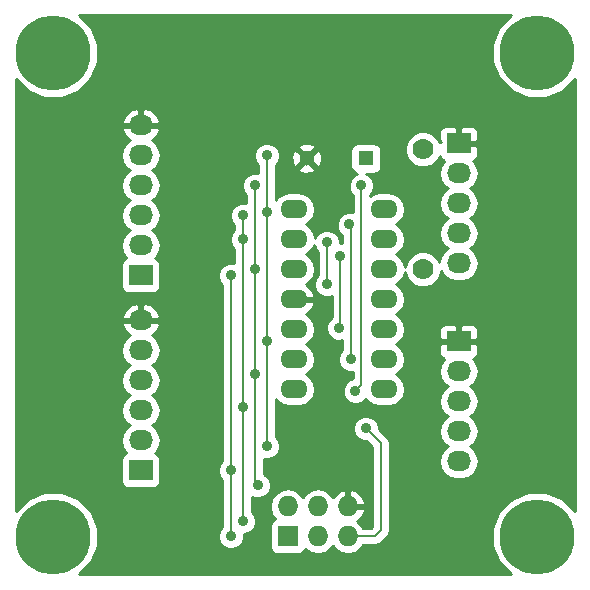
<source format=gbl>
G04 #@! TF.FileFunction,Copper,L2,Bot,Plane*
%FSLAX46Y46*%
G04 Gerber Fmt 4.6, Leading zero omitted, Abs format (unit mm)*
G04 Created by KiCad (PCBNEW (after 2015-mar-04 BZR unknown)-product) date 10/16/2015 4:53:21 PM*
%MOMM*%
G01*
G04 APERTURE LIST*
%ADD10C,0.150000*%
%ADD11C,6.350000*%
%ADD12R,2.032000X1.727200*%
%ADD13O,2.032000X1.727200*%
%ADD14R,1.727200X1.727200*%
%ADD15O,1.727200X1.727200*%
%ADD16R,1.300000X1.300000*%
%ADD17C,1.300000*%
%ADD18C,1.778000*%
%ADD19O,2.300000X1.600000*%
%ADD20C,0.889000*%
%ADD21C,0.203200*%
%ADD22C,0.254000*%
G04 APERTURE END LIST*
D10*
D11*
X4000000Y-45000000D03*
X4000000Y-4000000D03*
X45000000Y-45000000D03*
X45000000Y-4000000D03*
D12*
X11430000Y-22860000D03*
D13*
X11430000Y-20320000D03*
X11430000Y-17780000D03*
X11430000Y-15240000D03*
X11430000Y-12700000D03*
X11430000Y-10160000D03*
D14*
X23876000Y-44958000D03*
D15*
X23876000Y-42418000D03*
X26416000Y-44958000D03*
X26416000Y-42418000D03*
X28956000Y-44958000D03*
X28956000Y-42418000D03*
D12*
X11430000Y-39370000D03*
D13*
X11430000Y-36830000D03*
X11430000Y-34290000D03*
X11430000Y-31750000D03*
X11430000Y-29210000D03*
X11430000Y-26670000D03*
D16*
X30480000Y-12954000D03*
D17*
X25480000Y-12954000D03*
D12*
X38354000Y-11684000D03*
D13*
X38354000Y-14224000D03*
X38354000Y-16764000D03*
X38354000Y-19304000D03*
X38354000Y-21844000D03*
D12*
X38354000Y-28448000D03*
D13*
X38354000Y-30988000D03*
X38354000Y-33528000D03*
X38354000Y-36068000D03*
X38354000Y-38608000D03*
D18*
X35306000Y-12192000D03*
X35306000Y-22352000D03*
D19*
X24384000Y-17272000D03*
X24384000Y-19812000D03*
X24384000Y-22352000D03*
X24384000Y-24892000D03*
X24384000Y-27432000D03*
X24384000Y-29972000D03*
X24384000Y-32512000D03*
X32004000Y-32512000D03*
X32004000Y-29972000D03*
X32004000Y-27432000D03*
X32004000Y-24892000D03*
X32004000Y-22352000D03*
X32004000Y-19812000D03*
X32004000Y-17272000D03*
D20*
X20066000Y-43688000D03*
X20066000Y-34036000D03*
X20066000Y-19812000D03*
X20066000Y-17780000D03*
X19050000Y-44958000D03*
X19050000Y-22860000D03*
X19050000Y-39370000D03*
X27178000Y-20066000D03*
X27178000Y-23622000D03*
X21336000Y-40640000D03*
X21082000Y-31242000D03*
X21082000Y-22352000D03*
X21082000Y-15240000D03*
X30480000Y-35814000D03*
X22098000Y-37338000D03*
X22098000Y-17526000D03*
X22098000Y-28448000D03*
X22098000Y-12700000D03*
X30099000Y-15240000D03*
X29591000Y-32639000D03*
X29210000Y-29972000D03*
X29083000Y-18542000D03*
X28321000Y-21209000D03*
X28194000Y-27305000D03*
D21*
X20066000Y-34036000D02*
X20066000Y-43688000D01*
X20066000Y-19812000D02*
X20066000Y-34036000D01*
X20066000Y-17780000D02*
X20066000Y-19812000D01*
X19050000Y-39370000D02*
X19050000Y-44958000D01*
X19050000Y-39370000D02*
X19050000Y-22860000D01*
X27178000Y-23622000D02*
X27178000Y-20066000D01*
X21082000Y-31242000D02*
X21082000Y-40386000D01*
X21082000Y-40386000D02*
X21336000Y-40640000D01*
X21082000Y-22352000D02*
X21082000Y-31242000D01*
X21082000Y-15240000D02*
X21082000Y-22352000D01*
X28956000Y-44958000D02*
X31242000Y-44958000D01*
X31750000Y-37084000D02*
X30480000Y-35814000D01*
X31750000Y-44450000D02*
X31750000Y-37084000D01*
X31242000Y-44958000D02*
X31750000Y-44450000D01*
X22098000Y-28448000D02*
X22098000Y-37338000D01*
X22098000Y-12700000D02*
X22098000Y-17526000D01*
X22098000Y-17526000D02*
X22098000Y-28448000D01*
X30099000Y-32131000D02*
X30099000Y-15240000D01*
X29591000Y-32639000D02*
X30099000Y-32131000D01*
X29210000Y-18669000D02*
X29210000Y-29972000D01*
X29083000Y-18542000D02*
X29210000Y-18669000D01*
X28321000Y-27178000D02*
X28321000Y-21209000D01*
X28194000Y-27305000D02*
X28321000Y-27178000D01*
D22*
G36*
X48174500Y-42787183D02*
X47161009Y-41771923D01*
X45761181Y-41190663D01*
X44245469Y-41189340D01*
X42844628Y-41768156D01*
X41771923Y-42838991D01*
X41190663Y-44238819D01*
X41189340Y-45754531D01*
X41768156Y-47155372D01*
X42785507Y-48174500D01*
X40037345Y-48174500D01*
X40037345Y-38608000D01*
X39923271Y-38034511D01*
X39598415Y-37548330D01*
X39283634Y-37338000D01*
X39598415Y-37127670D01*
X39923271Y-36641489D01*
X40037345Y-36068000D01*
X39923271Y-35494511D01*
X39598415Y-35008330D01*
X39283634Y-34798000D01*
X39598415Y-34587670D01*
X39923271Y-34101489D01*
X40037345Y-33528000D01*
X39923271Y-32954511D01*
X39598415Y-32468330D01*
X39283634Y-32258000D01*
X39598415Y-32047670D01*
X39923271Y-31561489D01*
X40037345Y-30988000D01*
X40037345Y-21844000D01*
X39923271Y-21270511D01*
X39598415Y-20784330D01*
X39283634Y-20574000D01*
X39598415Y-20363670D01*
X39923271Y-19877489D01*
X40037345Y-19304000D01*
X39923271Y-18730511D01*
X39598415Y-18244330D01*
X39283634Y-18034000D01*
X39598415Y-17823670D01*
X39923271Y-17337489D01*
X40037345Y-16764000D01*
X39923271Y-16190511D01*
X39598415Y-15704330D01*
X39283634Y-15494000D01*
X39598415Y-15283670D01*
X39923271Y-14797489D01*
X40037345Y-14224000D01*
X39923271Y-13650511D01*
X39598415Y-13164330D01*
X39576219Y-13149499D01*
X39729698Y-13085927D01*
X39908327Y-12907299D01*
X40005000Y-12673910D01*
X40005000Y-12421291D01*
X40005000Y-11969750D01*
X40005000Y-11398250D01*
X40005000Y-10946709D01*
X40005000Y-10694090D01*
X39908327Y-10460701D01*
X39729698Y-10282073D01*
X39496309Y-10185400D01*
X38639750Y-10185400D01*
X38481000Y-10344150D01*
X38481000Y-11557000D01*
X39846250Y-11557000D01*
X40005000Y-11398250D01*
X40005000Y-11969750D01*
X39846250Y-11811000D01*
X38481000Y-11811000D01*
X38481000Y-11831000D01*
X38227000Y-11831000D01*
X38227000Y-11811000D01*
X38207000Y-11811000D01*
X38207000Y-11557000D01*
X38227000Y-11557000D01*
X38227000Y-10344150D01*
X38068250Y-10185400D01*
X37211691Y-10185400D01*
X36978302Y-10282073D01*
X36799673Y-10460701D01*
X36703000Y-10694090D01*
X36703000Y-10946709D01*
X36703000Y-11398250D01*
X36861748Y-11556998D01*
X36703000Y-11556998D01*
X36703000Y-11582185D01*
X36598738Y-11329851D01*
X36170404Y-10900769D01*
X35610472Y-10668265D01*
X35004188Y-10667736D01*
X34443851Y-10899262D01*
X34014769Y-11327596D01*
X33782265Y-11887528D01*
X33781736Y-12493812D01*
X34013262Y-13054149D01*
X34441596Y-13483231D01*
X35001528Y-13715735D01*
X35607812Y-13716264D01*
X36168149Y-13484738D01*
X36597231Y-13056404D01*
X36729495Y-12737875D01*
X36799673Y-12907299D01*
X36978302Y-13085927D01*
X37131780Y-13149499D01*
X37109585Y-13164330D01*
X36784729Y-13650511D01*
X36670655Y-14224000D01*
X36784729Y-14797489D01*
X37109585Y-15283670D01*
X37424365Y-15494000D01*
X37109585Y-15704330D01*
X36784729Y-16190511D01*
X36670655Y-16764000D01*
X36784729Y-17337489D01*
X37109585Y-17823670D01*
X37424365Y-18034000D01*
X37109585Y-18244330D01*
X36784729Y-18730511D01*
X36670655Y-19304000D01*
X36784729Y-19877489D01*
X37109585Y-20363670D01*
X37424365Y-20574000D01*
X37109585Y-20784330D01*
X36784729Y-21270511D01*
X36694836Y-21722428D01*
X36598738Y-21489851D01*
X36170404Y-21060769D01*
X35610472Y-20828265D01*
X35004188Y-20827736D01*
X34443851Y-21059262D01*
X34014769Y-21487596D01*
X33782265Y-22047528D01*
X33782182Y-22141920D01*
X33714737Y-21802849D01*
X33403668Y-21337302D01*
X33021582Y-21082000D01*
X33403668Y-20826698D01*
X33714737Y-20361151D01*
X33823970Y-19812000D01*
X33714737Y-19262849D01*
X33403668Y-18797302D01*
X33021582Y-18542000D01*
X33403668Y-18286698D01*
X33714737Y-17821151D01*
X33823970Y-17272000D01*
X33714737Y-16722849D01*
X33403668Y-16257302D01*
X32938121Y-15946233D01*
X32388970Y-15837000D01*
X31619030Y-15837000D01*
X31069879Y-15946233D01*
X30835600Y-16102773D01*
X30835600Y-16029997D01*
X31013622Y-15852286D01*
X31178313Y-15455668D01*
X31178687Y-15026216D01*
X31014689Y-14629311D01*
X30711286Y-14325378D01*
X30533224Y-14251440D01*
X31130000Y-14251440D01*
X31372123Y-14204463D01*
X31584927Y-14064673D01*
X31727377Y-13853640D01*
X31777440Y-13604000D01*
X31777440Y-12304000D01*
X31730463Y-12061877D01*
X31590673Y-11849073D01*
X31379640Y-11706623D01*
X31130000Y-11656560D01*
X29830000Y-11656560D01*
X29587877Y-11703537D01*
X29375073Y-11843327D01*
X29232623Y-12054360D01*
X29182560Y-12304000D01*
X29182560Y-13604000D01*
X29229537Y-13846123D01*
X29369327Y-14058927D01*
X29580360Y-14201377D01*
X29718693Y-14229118D01*
X29488311Y-14324311D01*
X29184378Y-14627714D01*
X29019687Y-15024332D01*
X29019313Y-15453784D01*
X29183311Y-15850689D01*
X29362400Y-16030090D01*
X29362400Y-17489150D01*
X29298668Y-17462687D01*
X28869216Y-17462313D01*
X28472311Y-17626311D01*
X28168378Y-17929714D01*
X28003687Y-18326332D01*
X28003313Y-18755784D01*
X28167311Y-19152689D01*
X28470714Y-19456622D01*
X28473400Y-19457737D01*
X28473400Y-20129631D01*
X28257445Y-20129443D01*
X28257687Y-19852216D01*
X28093689Y-19455311D01*
X27790286Y-19151378D01*
X27393668Y-18986687D01*
X26964216Y-18986313D01*
X26777622Y-19063412D01*
X26777622Y-13134922D01*
X26748083Y-12624572D01*
X26609611Y-12290271D01*
X26379016Y-12234590D01*
X26199410Y-12414195D01*
X26199410Y-12054984D01*
X26143729Y-11824389D01*
X25660922Y-11656378D01*
X25150572Y-11685917D01*
X24816271Y-11824389D01*
X24760590Y-12054984D01*
X25480000Y-12774395D01*
X26199410Y-12054984D01*
X26199410Y-12414195D01*
X25659605Y-12954000D01*
X26379016Y-13673410D01*
X26609611Y-13617729D01*
X26777622Y-13134922D01*
X26777622Y-19063412D01*
X26567311Y-19150311D01*
X26263378Y-19453714D01*
X26175025Y-19666488D01*
X26094737Y-19262849D01*
X25783668Y-18797302D01*
X25401582Y-18542000D01*
X25783668Y-18286698D01*
X26094737Y-17821151D01*
X26203970Y-17272000D01*
X26199410Y-17249075D01*
X26199410Y-13853016D01*
X25480000Y-13133605D01*
X25300395Y-13313210D01*
X25300395Y-12954000D01*
X24580984Y-12234590D01*
X24350389Y-12290271D01*
X24182378Y-12773078D01*
X24211917Y-13283428D01*
X24350389Y-13617729D01*
X24580984Y-13673410D01*
X25300395Y-12954000D01*
X25300395Y-13313210D01*
X24760590Y-13853016D01*
X24816271Y-14083611D01*
X25299078Y-14251622D01*
X25809428Y-14222083D01*
X26143729Y-14083611D01*
X26199410Y-13853016D01*
X26199410Y-17249075D01*
X26094737Y-16722849D01*
X25783668Y-16257302D01*
X25318121Y-15946233D01*
X24768970Y-15837000D01*
X23999030Y-15837000D01*
X23449879Y-15946233D01*
X22984332Y-16257302D01*
X22834600Y-16481391D01*
X22834600Y-13489997D01*
X23012622Y-13312286D01*
X23177313Y-12915668D01*
X23177687Y-12486216D01*
X23013689Y-12089311D01*
X22710286Y-11785378D01*
X22313668Y-11620687D01*
X21884216Y-11620313D01*
X21487311Y-11784311D01*
X21183378Y-12087714D01*
X21018687Y-12484332D01*
X21018313Y-12913784D01*
X21182311Y-13310689D01*
X21361400Y-13490090D01*
X21361400Y-14187150D01*
X21297668Y-14160687D01*
X20868216Y-14160313D01*
X20471311Y-14324311D01*
X20167378Y-14627714D01*
X20002687Y-15024332D01*
X20002313Y-15453784D01*
X20166311Y-15850689D01*
X20345400Y-16030090D01*
X20345400Y-16727150D01*
X20281668Y-16700687D01*
X19852216Y-16700313D01*
X19455311Y-16864311D01*
X19151378Y-17167714D01*
X18986687Y-17564332D01*
X18986313Y-17993784D01*
X19150311Y-18390689D01*
X19329400Y-18570090D01*
X19329400Y-19022002D01*
X19151378Y-19199714D01*
X18986687Y-19596332D01*
X18986313Y-20025784D01*
X19150311Y-20422689D01*
X19329400Y-20602090D01*
X19329400Y-21807150D01*
X19265668Y-21780687D01*
X18836216Y-21780313D01*
X18439311Y-21944311D01*
X18135378Y-22247714D01*
X17970687Y-22644332D01*
X17970313Y-23073784D01*
X18134311Y-23470689D01*
X18313400Y-23650090D01*
X18313400Y-38580002D01*
X18135378Y-38757714D01*
X17970687Y-39154332D01*
X17970313Y-39583784D01*
X18134311Y-39980689D01*
X18313400Y-40160090D01*
X18313400Y-44168002D01*
X18135378Y-44345714D01*
X17970687Y-44742332D01*
X17970313Y-45171784D01*
X18134311Y-45568689D01*
X18437714Y-45872622D01*
X18834332Y-46037313D01*
X19263784Y-46037687D01*
X19660689Y-45873689D01*
X19964622Y-45570286D01*
X20129313Y-45173668D01*
X20129666Y-44767556D01*
X20279784Y-44767687D01*
X20676689Y-44603689D01*
X20980622Y-44300286D01*
X21145313Y-43903668D01*
X21145687Y-43474216D01*
X20981689Y-43077311D01*
X20802600Y-42897909D01*
X20802600Y-41587378D01*
X21120332Y-41719313D01*
X21549784Y-41719687D01*
X21946689Y-41555689D01*
X22250622Y-41252286D01*
X22415313Y-40855668D01*
X22415687Y-40426216D01*
X22251689Y-40029311D01*
X21948286Y-39725378D01*
X21818600Y-39671527D01*
X21818600Y-38390849D01*
X21882332Y-38417313D01*
X22311784Y-38417687D01*
X22708689Y-38253689D01*
X23012622Y-37950286D01*
X23177313Y-37553668D01*
X23177687Y-37124216D01*
X23013689Y-36727311D01*
X22834600Y-36547909D01*
X22834600Y-33302608D01*
X22984332Y-33526698D01*
X23449879Y-33837767D01*
X23999030Y-33947000D01*
X24768970Y-33947000D01*
X25318121Y-33837767D01*
X25783668Y-33526698D01*
X26094737Y-33061151D01*
X26203970Y-32512000D01*
X26094737Y-31962849D01*
X25783668Y-31497302D01*
X25401582Y-31242000D01*
X25783668Y-30986698D01*
X26094737Y-30521151D01*
X26203970Y-29972000D01*
X26094737Y-29422849D01*
X25783668Y-28957302D01*
X25401582Y-28702000D01*
X25783668Y-28446698D01*
X26094737Y-27981151D01*
X26203970Y-27432000D01*
X26094737Y-26882849D01*
X25783668Y-26417302D01*
X25405848Y-26164850D01*
X25838500Y-25816896D01*
X26108367Y-25323819D01*
X26125904Y-25241039D01*
X26003915Y-25019000D01*
X24511000Y-25019000D01*
X24511000Y-25039000D01*
X24257000Y-25039000D01*
X24257000Y-25019000D01*
X24237000Y-25019000D01*
X24237000Y-24765000D01*
X24257000Y-24765000D01*
X24257000Y-24745000D01*
X24511000Y-24745000D01*
X24511000Y-24765000D01*
X26003915Y-24765000D01*
X26125904Y-24542961D01*
X26108367Y-24460181D01*
X25838500Y-23967104D01*
X25405848Y-23619149D01*
X25783668Y-23366698D01*
X26094737Y-22901151D01*
X26203970Y-22352000D01*
X26094737Y-21802849D01*
X25783668Y-21337302D01*
X25401582Y-21082000D01*
X25783668Y-20826698D01*
X26094737Y-20361151D01*
X26106824Y-20300383D01*
X26262311Y-20676689D01*
X26441400Y-20856090D01*
X26441400Y-22832002D01*
X26263378Y-23009714D01*
X26098687Y-23406332D01*
X26098313Y-23835784D01*
X26262311Y-24232689D01*
X26565714Y-24536622D01*
X26962332Y-24701313D01*
X27391784Y-24701687D01*
X27584400Y-24622099D01*
X27584400Y-26388861D01*
X27583311Y-26389311D01*
X27279378Y-26692714D01*
X27114687Y-27089332D01*
X27114313Y-27518784D01*
X27278311Y-27915689D01*
X27581714Y-28219622D01*
X27978332Y-28384313D01*
X28407784Y-28384687D01*
X28473400Y-28357574D01*
X28473400Y-29182002D01*
X28295378Y-29359714D01*
X28130687Y-29756332D01*
X28130313Y-30185784D01*
X28294311Y-30582689D01*
X28597714Y-30886622D01*
X28994332Y-31051313D01*
X29362400Y-31051633D01*
X29362400Y-31565434D01*
X28980311Y-31723311D01*
X28676378Y-32026714D01*
X28511687Y-32423332D01*
X28511313Y-32852784D01*
X28675311Y-33249689D01*
X28978714Y-33553622D01*
X29375332Y-33718313D01*
X29804784Y-33718687D01*
X30201689Y-33554689D01*
X30454443Y-33302374D01*
X30604332Y-33526698D01*
X31069879Y-33837767D01*
X31619030Y-33947000D01*
X32388970Y-33947000D01*
X32938121Y-33837767D01*
X33403668Y-33526698D01*
X33714737Y-33061151D01*
X33823970Y-32512000D01*
X33714737Y-31962849D01*
X33403668Y-31497302D01*
X33021582Y-31242000D01*
X33403668Y-30986698D01*
X33714737Y-30521151D01*
X33823970Y-29972000D01*
X33714737Y-29422849D01*
X33403668Y-28957302D01*
X33021582Y-28702000D01*
X33403668Y-28446698D01*
X33714737Y-27981151D01*
X33823970Y-27432000D01*
X33714737Y-26882849D01*
X33403668Y-26417302D01*
X33021582Y-26162000D01*
X33403668Y-25906698D01*
X33714737Y-25441151D01*
X33823970Y-24892000D01*
X33714737Y-24342849D01*
X33403668Y-23877302D01*
X33021582Y-23622000D01*
X33403668Y-23366698D01*
X33714737Y-22901151D01*
X33781814Y-22563930D01*
X33781736Y-22653812D01*
X34013262Y-23214149D01*
X34441596Y-23643231D01*
X35001528Y-23875735D01*
X35607812Y-23876264D01*
X36168149Y-23644738D01*
X36597231Y-23216404D01*
X36829735Y-22656472D01*
X36829884Y-22485069D01*
X37109585Y-22903670D01*
X37595766Y-23228526D01*
X38169255Y-23342600D01*
X38538745Y-23342600D01*
X39112234Y-23228526D01*
X39598415Y-22903670D01*
X39923271Y-22417489D01*
X40037345Y-21844000D01*
X40037345Y-30988000D01*
X39923271Y-30414511D01*
X39598415Y-29928330D01*
X39576219Y-29913499D01*
X39729698Y-29849927D01*
X39908327Y-29671299D01*
X40005000Y-29437910D01*
X40005000Y-29185291D01*
X40005000Y-28733750D01*
X40005000Y-28162250D01*
X40005000Y-27710709D01*
X40005000Y-27458090D01*
X39908327Y-27224701D01*
X39729698Y-27046073D01*
X39496309Y-26949400D01*
X38639750Y-26949400D01*
X38481000Y-27108150D01*
X38481000Y-28321000D01*
X39846250Y-28321000D01*
X40005000Y-28162250D01*
X40005000Y-28733750D01*
X39846250Y-28575000D01*
X38481000Y-28575000D01*
X38481000Y-28595000D01*
X38227000Y-28595000D01*
X38227000Y-28575000D01*
X38227000Y-28321000D01*
X38227000Y-27108150D01*
X38068250Y-26949400D01*
X37211691Y-26949400D01*
X36978302Y-27046073D01*
X36799673Y-27224701D01*
X36703000Y-27458090D01*
X36703000Y-27710709D01*
X36703000Y-28162250D01*
X36861750Y-28321000D01*
X38227000Y-28321000D01*
X38227000Y-28575000D01*
X36861750Y-28575000D01*
X36703000Y-28733750D01*
X36703000Y-29185291D01*
X36703000Y-29437910D01*
X36799673Y-29671299D01*
X36978302Y-29849927D01*
X37131780Y-29913499D01*
X37109585Y-29928330D01*
X36784729Y-30414511D01*
X36670655Y-30988000D01*
X36784729Y-31561489D01*
X37109585Y-32047670D01*
X37424365Y-32258000D01*
X37109585Y-32468330D01*
X36784729Y-32954511D01*
X36670655Y-33528000D01*
X36784729Y-34101489D01*
X37109585Y-34587670D01*
X37424365Y-34798000D01*
X37109585Y-35008330D01*
X36784729Y-35494511D01*
X36670655Y-36068000D01*
X36784729Y-36641489D01*
X37109585Y-37127670D01*
X37424365Y-37338000D01*
X37109585Y-37548330D01*
X36784729Y-38034511D01*
X36670655Y-38608000D01*
X36784729Y-39181489D01*
X37109585Y-39667670D01*
X37595766Y-39992526D01*
X38169255Y-40106600D01*
X38538745Y-40106600D01*
X39112234Y-39992526D01*
X39598415Y-39667670D01*
X39923271Y-39181489D01*
X40037345Y-38608000D01*
X40037345Y-48174500D01*
X32486600Y-48174500D01*
X32486600Y-44450000D01*
X32486600Y-37084000D01*
X32430530Y-36802115D01*
X32270855Y-36563145D01*
X31559467Y-35851757D01*
X31559687Y-35600216D01*
X31395689Y-35203311D01*
X31092286Y-34899378D01*
X30695668Y-34734687D01*
X30266216Y-34734313D01*
X29869311Y-34898311D01*
X29565378Y-35201714D01*
X29400687Y-35598332D01*
X29400313Y-36027784D01*
X29564311Y-36424689D01*
X29867714Y-36728622D01*
X30264332Y-36893313D01*
X30517823Y-36893533D01*
X31013400Y-37389110D01*
X31013400Y-44144890D01*
X30936890Y-44221400D01*
X30251155Y-44221400D01*
X30015670Y-43868971D01*
X29744839Y-43688007D01*
X30162821Y-43306490D01*
X30410968Y-42777027D01*
X30410968Y-42058973D01*
X30162821Y-41529510D01*
X29730947Y-41135312D01*
X29315026Y-40963042D01*
X29083000Y-41084183D01*
X29083000Y-42291000D01*
X30290469Y-42291000D01*
X30410968Y-42058973D01*
X30410968Y-42777027D01*
X30290469Y-42545000D01*
X29083000Y-42545000D01*
X29083000Y-42565000D01*
X28829000Y-42565000D01*
X28829000Y-42545000D01*
X28809000Y-42545000D01*
X28809000Y-42291000D01*
X28829000Y-42291000D01*
X28829000Y-41084183D01*
X28596974Y-40963042D01*
X28181053Y-41135312D01*
X27749179Y-41529510D01*
X27691663Y-41652228D01*
X27475670Y-41328971D01*
X26989489Y-41004115D01*
X26416000Y-40890041D01*
X25842511Y-41004115D01*
X25356330Y-41328971D01*
X25146000Y-41643751D01*
X24935670Y-41328971D01*
X24449489Y-41004115D01*
X23876000Y-40890041D01*
X23302511Y-41004115D01*
X22816330Y-41328971D01*
X22491474Y-41815152D01*
X22377400Y-42388641D01*
X22377400Y-42447359D01*
X22491474Y-43020848D01*
X22803300Y-43487529D01*
X22770277Y-43493937D01*
X22557473Y-43633727D01*
X22415023Y-43844760D01*
X22364960Y-44094400D01*
X22364960Y-45821600D01*
X22411937Y-46063723D01*
X22551727Y-46276527D01*
X22762760Y-46418977D01*
X23012400Y-46469040D01*
X24739600Y-46469040D01*
X24981723Y-46422063D01*
X25194527Y-46282273D01*
X25336977Y-46071240D01*
X25345179Y-46030340D01*
X25356330Y-46047029D01*
X25842511Y-46371885D01*
X26416000Y-46485959D01*
X26989489Y-46371885D01*
X27475670Y-46047029D01*
X27686000Y-45732248D01*
X27896330Y-46047029D01*
X28382511Y-46371885D01*
X28956000Y-46485959D01*
X29529489Y-46371885D01*
X30015670Y-46047029D01*
X30251155Y-45694600D01*
X31242000Y-45694600D01*
X31523885Y-45638530D01*
X31762855Y-45478855D01*
X32270855Y-44970855D01*
X32430530Y-44731885D01*
X32486600Y-44450000D01*
X32486600Y-48174500D01*
X13113345Y-48174500D01*
X13113345Y-36830000D01*
X12999271Y-36256511D01*
X12674415Y-35770330D01*
X12359634Y-35560000D01*
X12674415Y-35349670D01*
X12999271Y-34863489D01*
X13113345Y-34290000D01*
X12999271Y-33716511D01*
X12674415Y-33230330D01*
X12359634Y-33020000D01*
X12674415Y-32809670D01*
X12999271Y-32323489D01*
X13113345Y-31750000D01*
X12999271Y-31176511D01*
X12674415Y-30690330D01*
X12359634Y-30480000D01*
X12674415Y-30269670D01*
X12999271Y-29783489D01*
X13113345Y-29210000D01*
X13113345Y-20320000D01*
X12999271Y-19746511D01*
X12674415Y-19260330D01*
X12359634Y-19050000D01*
X12674415Y-18839670D01*
X12999271Y-18353489D01*
X13113345Y-17780000D01*
X12999271Y-17206511D01*
X12674415Y-16720330D01*
X12359634Y-16510000D01*
X12674415Y-16299670D01*
X12999271Y-15813489D01*
X13113345Y-15240000D01*
X12999271Y-14666511D01*
X12674415Y-14180330D01*
X12359634Y-13970000D01*
X12674415Y-13759670D01*
X12999271Y-13273489D01*
X13113345Y-12700000D01*
X12999271Y-12126511D01*
X12674415Y-11640330D01*
X12364930Y-11433539D01*
X12780732Y-11062036D01*
X13034709Y-10534791D01*
X13037358Y-10519026D01*
X13037358Y-9800974D01*
X13034709Y-9785209D01*
X12780732Y-9257964D01*
X12344320Y-8868046D01*
X11791913Y-8674816D01*
X11557000Y-8819076D01*
X11557000Y-10033000D01*
X12916217Y-10033000D01*
X13037358Y-9800974D01*
X13037358Y-10519026D01*
X12916217Y-10287000D01*
X11557000Y-10287000D01*
X11557000Y-10307000D01*
X11303000Y-10307000D01*
X11303000Y-10287000D01*
X11303000Y-10033000D01*
X11303000Y-8819076D01*
X11068087Y-8674816D01*
X10515680Y-8868046D01*
X10079268Y-9257964D01*
X9825291Y-9785209D01*
X9822642Y-9800974D01*
X9943783Y-10033000D01*
X11303000Y-10033000D01*
X11303000Y-10287000D01*
X9943783Y-10287000D01*
X9822642Y-10519026D01*
X9825291Y-10534791D01*
X10079268Y-11062036D01*
X10495069Y-11433539D01*
X10185585Y-11640330D01*
X9860729Y-12126511D01*
X9746655Y-12700000D01*
X9860729Y-13273489D01*
X10185585Y-13759670D01*
X10500365Y-13970000D01*
X10185585Y-14180330D01*
X9860729Y-14666511D01*
X9746655Y-15240000D01*
X9860729Y-15813489D01*
X10185585Y-16299670D01*
X10500365Y-16510000D01*
X10185585Y-16720330D01*
X9860729Y-17206511D01*
X9746655Y-17780000D01*
X9860729Y-18353489D01*
X10185585Y-18839670D01*
X10500365Y-19050000D01*
X10185585Y-19260330D01*
X9860729Y-19746511D01*
X9746655Y-20320000D01*
X9860729Y-20893489D01*
X10185585Y-21379670D01*
X10201367Y-21390215D01*
X10171877Y-21395937D01*
X9959073Y-21535727D01*
X9816623Y-21746760D01*
X9766560Y-21996400D01*
X9766560Y-23723600D01*
X9813537Y-23965723D01*
X9953327Y-24178527D01*
X10164360Y-24320977D01*
X10414000Y-24371040D01*
X12446000Y-24371040D01*
X12688123Y-24324063D01*
X12900927Y-24184273D01*
X13043377Y-23973240D01*
X13093440Y-23723600D01*
X13093440Y-21996400D01*
X13046463Y-21754277D01*
X12906673Y-21541473D01*
X12695640Y-21399023D01*
X12657037Y-21391281D01*
X12674415Y-21379670D01*
X12999271Y-20893489D01*
X13113345Y-20320000D01*
X13113345Y-29210000D01*
X12999271Y-28636511D01*
X12674415Y-28150330D01*
X12364930Y-27943539D01*
X12780732Y-27572036D01*
X13034709Y-27044791D01*
X13037358Y-27029026D01*
X13037358Y-26310974D01*
X13034709Y-26295209D01*
X12780732Y-25767964D01*
X12344320Y-25378046D01*
X11791913Y-25184816D01*
X11557000Y-25329076D01*
X11557000Y-26543000D01*
X12916217Y-26543000D01*
X13037358Y-26310974D01*
X13037358Y-27029026D01*
X12916217Y-26797000D01*
X11557000Y-26797000D01*
X11557000Y-26817000D01*
X11303000Y-26817000D01*
X11303000Y-26797000D01*
X11303000Y-26543000D01*
X11303000Y-25329076D01*
X11068087Y-25184816D01*
X10515680Y-25378046D01*
X10079268Y-25767964D01*
X9825291Y-26295209D01*
X9822642Y-26310974D01*
X9943783Y-26543000D01*
X11303000Y-26543000D01*
X11303000Y-26797000D01*
X9943783Y-26797000D01*
X9822642Y-27029026D01*
X9825291Y-27044791D01*
X10079268Y-27572036D01*
X10495069Y-27943539D01*
X10185585Y-28150330D01*
X9860729Y-28636511D01*
X9746655Y-29210000D01*
X9860729Y-29783489D01*
X10185585Y-30269670D01*
X10500365Y-30480000D01*
X10185585Y-30690330D01*
X9860729Y-31176511D01*
X9746655Y-31750000D01*
X9860729Y-32323489D01*
X10185585Y-32809670D01*
X10500365Y-33020000D01*
X10185585Y-33230330D01*
X9860729Y-33716511D01*
X9746655Y-34290000D01*
X9860729Y-34863489D01*
X10185585Y-35349670D01*
X10500365Y-35560000D01*
X10185585Y-35770330D01*
X9860729Y-36256511D01*
X9746655Y-36830000D01*
X9860729Y-37403489D01*
X10185585Y-37889670D01*
X10201367Y-37900215D01*
X10171877Y-37905937D01*
X9959073Y-38045727D01*
X9816623Y-38256760D01*
X9766560Y-38506400D01*
X9766560Y-40233600D01*
X9813537Y-40475723D01*
X9953327Y-40688527D01*
X10164360Y-40830977D01*
X10414000Y-40881040D01*
X12446000Y-40881040D01*
X12688123Y-40834063D01*
X12900927Y-40694273D01*
X13043377Y-40483240D01*
X13093440Y-40233600D01*
X13093440Y-38506400D01*
X13046463Y-38264277D01*
X12906673Y-38051473D01*
X12695640Y-37909023D01*
X12657037Y-37901281D01*
X12674415Y-37889670D01*
X12999271Y-37403489D01*
X13113345Y-36830000D01*
X13113345Y-48174500D01*
X6212816Y-48174500D01*
X7228077Y-47161009D01*
X7809337Y-45761181D01*
X7810660Y-44245469D01*
X7231844Y-42844628D01*
X6161009Y-41771923D01*
X4761181Y-41190663D01*
X3245469Y-41189340D01*
X1844628Y-41768156D01*
X825500Y-42785507D01*
X825500Y-6212816D01*
X1838991Y-7228077D01*
X3238819Y-7809337D01*
X4754531Y-7810660D01*
X6155372Y-7231844D01*
X7228077Y-6161009D01*
X7809337Y-4761181D01*
X7810660Y-3245469D01*
X7231844Y-1844628D01*
X6214492Y-825500D01*
X42787183Y-825500D01*
X41771923Y-1838991D01*
X41190663Y-3238819D01*
X41189340Y-4754531D01*
X41768156Y-6155372D01*
X42838991Y-7228077D01*
X44238819Y-7809337D01*
X45754531Y-7810660D01*
X47155372Y-7231844D01*
X48174500Y-6214492D01*
X48174500Y-42787183D01*
X48174500Y-42787183D01*
G37*
X48174500Y-42787183D02*
X47161009Y-41771923D01*
X45761181Y-41190663D01*
X44245469Y-41189340D01*
X42844628Y-41768156D01*
X41771923Y-42838991D01*
X41190663Y-44238819D01*
X41189340Y-45754531D01*
X41768156Y-47155372D01*
X42785507Y-48174500D01*
X40037345Y-48174500D01*
X40037345Y-38608000D01*
X39923271Y-38034511D01*
X39598415Y-37548330D01*
X39283634Y-37338000D01*
X39598415Y-37127670D01*
X39923271Y-36641489D01*
X40037345Y-36068000D01*
X39923271Y-35494511D01*
X39598415Y-35008330D01*
X39283634Y-34798000D01*
X39598415Y-34587670D01*
X39923271Y-34101489D01*
X40037345Y-33528000D01*
X39923271Y-32954511D01*
X39598415Y-32468330D01*
X39283634Y-32258000D01*
X39598415Y-32047670D01*
X39923271Y-31561489D01*
X40037345Y-30988000D01*
X40037345Y-21844000D01*
X39923271Y-21270511D01*
X39598415Y-20784330D01*
X39283634Y-20574000D01*
X39598415Y-20363670D01*
X39923271Y-19877489D01*
X40037345Y-19304000D01*
X39923271Y-18730511D01*
X39598415Y-18244330D01*
X39283634Y-18034000D01*
X39598415Y-17823670D01*
X39923271Y-17337489D01*
X40037345Y-16764000D01*
X39923271Y-16190511D01*
X39598415Y-15704330D01*
X39283634Y-15494000D01*
X39598415Y-15283670D01*
X39923271Y-14797489D01*
X40037345Y-14224000D01*
X39923271Y-13650511D01*
X39598415Y-13164330D01*
X39576219Y-13149499D01*
X39729698Y-13085927D01*
X39908327Y-12907299D01*
X40005000Y-12673910D01*
X40005000Y-12421291D01*
X40005000Y-11969750D01*
X40005000Y-11398250D01*
X40005000Y-10946709D01*
X40005000Y-10694090D01*
X39908327Y-10460701D01*
X39729698Y-10282073D01*
X39496309Y-10185400D01*
X38639750Y-10185400D01*
X38481000Y-10344150D01*
X38481000Y-11557000D01*
X39846250Y-11557000D01*
X40005000Y-11398250D01*
X40005000Y-11969750D01*
X39846250Y-11811000D01*
X38481000Y-11811000D01*
X38481000Y-11831000D01*
X38227000Y-11831000D01*
X38227000Y-11811000D01*
X38207000Y-11811000D01*
X38207000Y-11557000D01*
X38227000Y-11557000D01*
X38227000Y-10344150D01*
X38068250Y-10185400D01*
X37211691Y-10185400D01*
X36978302Y-10282073D01*
X36799673Y-10460701D01*
X36703000Y-10694090D01*
X36703000Y-10946709D01*
X36703000Y-11398250D01*
X36861748Y-11556998D01*
X36703000Y-11556998D01*
X36703000Y-11582185D01*
X36598738Y-11329851D01*
X36170404Y-10900769D01*
X35610472Y-10668265D01*
X35004188Y-10667736D01*
X34443851Y-10899262D01*
X34014769Y-11327596D01*
X33782265Y-11887528D01*
X33781736Y-12493812D01*
X34013262Y-13054149D01*
X34441596Y-13483231D01*
X35001528Y-13715735D01*
X35607812Y-13716264D01*
X36168149Y-13484738D01*
X36597231Y-13056404D01*
X36729495Y-12737875D01*
X36799673Y-12907299D01*
X36978302Y-13085927D01*
X37131780Y-13149499D01*
X37109585Y-13164330D01*
X36784729Y-13650511D01*
X36670655Y-14224000D01*
X36784729Y-14797489D01*
X37109585Y-15283670D01*
X37424365Y-15494000D01*
X37109585Y-15704330D01*
X36784729Y-16190511D01*
X36670655Y-16764000D01*
X36784729Y-17337489D01*
X37109585Y-17823670D01*
X37424365Y-18034000D01*
X37109585Y-18244330D01*
X36784729Y-18730511D01*
X36670655Y-19304000D01*
X36784729Y-19877489D01*
X37109585Y-20363670D01*
X37424365Y-20574000D01*
X37109585Y-20784330D01*
X36784729Y-21270511D01*
X36694836Y-21722428D01*
X36598738Y-21489851D01*
X36170404Y-21060769D01*
X35610472Y-20828265D01*
X35004188Y-20827736D01*
X34443851Y-21059262D01*
X34014769Y-21487596D01*
X33782265Y-22047528D01*
X33782182Y-22141920D01*
X33714737Y-21802849D01*
X33403668Y-21337302D01*
X33021582Y-21082000D01*
X33403668Y-20826698D01*
X33714737Y-20361151D01*
X33823970Y-19812000D01*
X33714737Y-19262849D01*
X33403668Y-18797302D01*
X33021582Y-18542000D01*
X33403668Y-18286698D01*
X33714737Y-17821151D01*
X33823970Y-17272000D01*
X33714737Y-16722849D01*
X33403668Y-16257302D01*
X32938121Y-15946233D01*
X32388970Y-15837000D01*
X31619030Y-15837000D01*
X31069879Y-15946233D01*
X30835600Y-16102773D01*
X30835600Y-16029997D01*
X31013622Y-15852286D01*
X31178313Y-15455668D01*
X31178687Y-15026216D01*
X31014689Y-14629311D01*
X30711286Y-14325378D01*
X30533224Y-14251440D01*
X31130000Y-14251440D01*
X31372123Y-14204463D01*
X31584927Y-14064673D01*
X31727377Y-13853640D01*
X31777440Y-13604000D01*
X31777440Y-12304000D01*
X31730463Y-12061877D01*
X31590673Y-11849073D01*
X31379640Y-11706623D01*
X31130000Y-11656560D01*
X29830000Y-11656560D01*
X29587877Y-11703537D01*
X29375073Y-11843327D01*
X29232623Y-12054360D01*
X29182560Y-12304000D01*
X29182560Y-13604000D01*
X29229537Y-13846123D01*
X29369327Y-14058927D01*
X29580360Y-14201377D01*
X29718693Y-14229118D01*
X29488311Y-14324311D01*
X29184378Y-14627714D01*
X29019687Y-15024332D01*
X29019313Y-15453784D01*
X29183311Y-15850689D01*
X29362400Y-16030090D01*
X29362400Y-17489150D01*
X29298668Y-17462687D01*
X28869216Y-17462313D01*
X28472311Y-17626311D01*
X28168378Y-17929714D01*
X28003687Y-18326332D01*
X28003313Y-18755784D01*
X28167311Y-19152689D01*
X28470714Y-19456622D01*
X28473400Y-19457737D01*
X28473400Y-20129631D01*
X28257445Y-20129443D01*
X28257687Y-19852216D01*
X28093689Y-19455311D01*
X27790286Y-19151378D01*
X27393668Y-18986687D01*
X26964216Y-18986313D01*
X26777622Y-19063412D01*
X26777622Y-13134922D01*
X26748083Y-12624572D01*
X26609611Y-12290271D01*
X26379016Y-12234590D01*
X26199410Y-12414195D01*
X26199410Y-12054984D01*
X26143729Y-11824389D01*
X25660922Y-11656378D01*
X25150572Y-11685917D01*
X24816271Y-11824389D01*
X24760590Y-12054984D01*
X25480000Y-12774395D01*
X26199410Y-12054984D01*
X26199410Y-12414195D01*
X25659605Y-12954000D01*
X26379016Y-13673410D01*
X26609611Y-13617729D01*
X26777622Y-13134922D01*
X26777622Y-19063412D01*
X26567311Y-19150311D01*
X26263378Y-19453714D01*
X26175025Y-19666488D01*
X26094737Y-19262849D01*
X25783668Y-18797302D01*
X25401582Y-18542000D01*
X25783668Y-18286698D01*
X26094737Y-17821151D01*
X26203970Y-17272000D01*
X26199410Y-17249075D01*
X26199410Y-13853016D01*
X25480000Y-13133605D01*
X25300395Y-13313210D01*
X25300395Y-12954000D01*
X24580984Y-12234590D01*
X24350389Y-12290271D01*
X24182378Y-12773078D01*
X24211917Y-13283428D01*
X24350389Y-13617729D01*
X24580984Y-13673410D01*
X25300395Y-12954000D01*
X25300395Y-13313210D01*
X24760590Y-13853016D01*
X24816271Y-14083611D01*
X25299078Y-14251622D01*
X25809428Y-14222083D01*
X26143729Y-14083611D01*
X26199410Y-13853016D01*
X26199410Y-17249075D01*
X26094737Y-16722849D01*
X25783668Y-16257302D01*
X25318121Y-15946233D01*
X24768970Y-15837000D01*
X23999030Y-15837000D01*
X23449879Y-15946233D01*
X22984332Y-16257302D01*
X22834600Y-16481391D01*
X22834600Y-13489997D01*
X23012622Y-13312286D01*
X23177313Y-12915668D01*
X23177687Y-12486216D01*
X23013689Y-12089311D01*
X22710286Y-11785378D01*
X22313668Y-11620687D01*
X21884216Y-11620313D01*
X21487311Y-11784311D01*
X21183378Y-12087714D01*
X21018687Y-12484332D01*
X21018313Y-12913784D01*
X21182311Y-13310689D01*
X21361400Y-13490090D01*
X21361400Y-14187150D01*
X21297668Y-14160687D01*
X20868216Y-14160313D01*
X20471311Y-14324311D01*
X20167378Y-14627714D01*
X20002687Y-15024332D01*
X20002313Y-15453784D01*
X20166311Y-15850689D01*
X20345400Y-16030090D01*
X20345400Y-16727150D01*
X20281668Y-16700687D01*
X19852216Y-16700313D01*
X19455311Y-16864311D01*
X19151378Y-17167714D01*
X18986687Y-17564332D01*
X18986313Y-17993784D01*
X19150311Y-18390689D01*
X19329400Y-18570090D01*
X19329400Y-19022002D01*
X19151378Y-19199714D01*
X18986687Y-19596332D01*
X18986313Y-20025784D01*
X19150311Y-20422689D01*
X19329400Y-20602090D01*
X19329400Y-21807150D01*
X19265668Y-21780687D01*
X18836216Y-21780313D01*
X18439311Y-21944311D01*
X18135378Y-22247714D01*
X17970687Y-22644332D01*
X17970313Y-23073784D01*
X18134311Y-23470689D01*
X18313400Y-23650090D01*
X18313400Y-38580002D01*
X18135378Y-38757714D01*
X17970687Y-39154332D01*
X17970313Y-39583784D01*
X18134311Y-39980689D01*
X18313400Y-40160090D01*
X18313400Y-44168002D01*
X18135378Y-44345714D01*
X17970687Y-44742332D01*
X17970313Y-45171784D01*
X18134311Y-45568689D01*
X18437714Y-45872622D01*
X18834332Y-46037313D01*
X19263784Y-46037687D01*
X19660689Y-45873689D01*
X19964622Y-45570286D01*
X20129313Y-45173668D01*
X20129666Y-44767556D01*
X20279784Y-44767687D01*
X20676689Y-44603689D01*
X20980622Y-44300286D01*
X21145313Y-43903668D01*
X21145687Y-43474216D01*
X20981689Y-43077311D01*
X20802600Y-42897909D01*
X20802600Y-41587378D01*
X21120332Y-41719313D01*
X21549784Y-41719687D01*
X21946689Y-41555689D01*
X22250622Y-41252286D01*
X22415313Y-40855668D01*
X22415687Y-40426216D01*
X22251689Y-40029311D01*
X21948286Y-39725378D01*
X21818600Y-39671527D01*
X21818600Y-38390849D01*
X21882332Y-38417313D01*
X22311784Y-38417687D01*
X22708689Y-38253689D01*
X23012622Y-37950286D01*
X23177313Y-37553668D01*
X23177687Y-37124216D01*
X23013689Y-36727311D01*
X22834600Y-36547909D01*
X22834600Y-33302608D01*
X22984332Y-33526698D01*
X23449879Y-33837767D01*
X23999030Y-33947000D01*
X24768970Y-33947000D01*
X25318121Y-33837767D01*
X25783668Y-33526698D01*
X26094737Y-33061151D01*
X26203970Y-32512000D01*
X26094737Y-31962849D01*
X25783668Y-31497302D01*
X25401582Y-31242000D01*
X25783668Y-30986698D01*
X26094737Y-30521151D01*
X26203970Y-29972000D01*
X26094737Y-29422849D01*
X25783668Y-28957302D01*
X25401582Y-28702000D01*
X25783668Y-28446698D01*
X26094737Y-27981151D01*
X26203970Y-27432000D01*
X26094737Y-26882849D01*
X25783668Y-26417302D01*
X25405848Y-26164850D01*
X25838500Y-25816896D01*
X26108367Y-25323819D01*
X26125904Y-25241039D01*
X26003915Y-25019000D01*
X24511000Y-25019000D01*
X24511000Y-25039000D01*
X24257000Y-25039000D01*
X24257000Y-25019000D01*
X24237000Y-25019000D01*
X24237000Y-24765000D01*
X24257000Y-24765000D01*
X24257000Y-24745000D01*
X24511000Y-24745000D01*
X24511000Y-24765000D01*
X26003915Y-24765000D01*
X26125904Y-24542961D01*
X26108367Y-24460181D01*
X25838500Y-23967104D01*
X25405848Y-23619149D01*
X25783668Y-23366698D01*
X26094737Y-22901151D01*
X26203970Y-22352000D01*
X26094737Y-21802849D01*
X25783668Y-21337302D01*
X25401582Y-21082000D01*
X25783668Y-20826698D01*
X26094737Y-20361151D01*
X26106824Y-20300383D01*
X26262311Y-20676689D01*
X26441400Y-20856090D01*
X26441400Y-22832002D01*
X26263378Y-23009714D01*
X26098687Y-23406332D01*
X26098313Y-23835784D01*
X26262311Y-24232689D01*
X26565714Y-24536622D01*
X26962332Y-24701313D01*
X27391784Y-24701687D01*
X27584400Y-24622099D01*
X27584400Y-26388861D01*
X27583311Y-26389311D01*
X27279378Y-26692714D01*
X27114687Y-27089332D01*
X27114313Y-27518784D01*
X27278311Y-27915689D01*
X27581714Y-28219622D01*
X27978332Y-28384313D01*
X28407784Y-28384687D01*
X28473400Y-28357574D01*
X28473400Y-29182002D01*
X28295378Y-29359714D01*
X28130687Y-29756332D01*
X28130313Y-30185784D01*
X28294311Y-30582689D01*
X28597714Y-30886622D01*
X28994332Y-31051313D01*
X29362400Y-31051633D01*
X29362400Y-31565434D01*
X28980311Y-31723311D01*
X28676378Y-32026714D01*
X28511687Y-32423332D01*
X28511313Y-32852784D01*
X28675311Y-33249689D01*
X28978714Y-33553622D01*
X29375332Y-33718313D01*
X29804784Y-33718687D01*
X30201689Y-33554689D01*
X30454443Y-33302374D01*
X30604332Y-33526698D01*
X31069879Y-33837767D01*
X31619030Y-33947000D01*
X32388970Y-33947000D01*
X32938121Y-33837767D01*
X33403668Y-33526698D01*
X33714737Y-33061151D01*
X33823970Y-32512000D01*
X33714737Y-31962849D01*
X33403668Y-31497302D01*
X33021582Y-31242000D01*
X33403668Y-30986698D01*
X33714737Y-30521151D01*
X33823970Y-29972000D01*
X33714737Y-29422849D01*
X33403668Y-28957302D01*
X33021582Y-28702000D01*
X33403668Y-28446698D01*
X33714737Y-27981151D01*
X33823970Y-27432000D01*
X33714737Y-26882849D01*
X33403668Y-26417302D01*
X33021582Y-26162000D01*
X33403668Y-25906698D01*
X33714737Y-25441151D01*
X33823970Y-24892000D01*
X33714737Y-24342849D01*
X33403668Y-23877302D01*
X33021582Y-23622000D01*
X33403668Y-23366698D01*
X33714737Y-22901151D01*
X33781814Y-22563930D01*
X33781736Y-22653812D01*
X34013262Y-23214149D01*
X34441596Y-23643231D01*
X35001528Y-23875735D01*
X35607812Y-23876264D01*
X36168149Y-23644738D01*
X36597231Y-23216404D01*
X36829735Y-22656472D01*
X36829884Y-22485069D01*
X37109585Y-22903670D01*
X37595766Y-23228526D01*
X38169255Y-23342600D01*
X38538745Y-23342600D01*
X39112234Y-23228526D01*
X39598415Y-22903670D01*
X39923271Y-22417489D01*
X40037345Y-21844000D01*
X40037345Y-30988000D01*
X39923271Y-30414511D01*
X39598415Y-29928330D01*
X39576219Y-29913499D01*
X39729698Y-29849927D01*
X39908327Y-29671299D01*
X40005000Y-29437910D01*
X40005000Y-29185291D01*
X40005000Y-28733750D01*
X40005000Y-28162250D01*
X40005000Y-27710709D01*
X40005000Y-27458090D01*
X39908327Y-27224701D01*
X39729698Y-27046073D01*
X39496309Y-26949400D01*
X38639750Y-26949400D01*
X38481000Y-27108150D01*
X38481000Y-28321000D01*
X39846250Y-28321000D01*
X40005000Y-28162250D01*
X40005000Y-28733750D01*
X39846250Y-28575000D01*
X38481000Y-28575000D01*
X38481000Y-28595000D01*
X38227000Y-28595000D01*
X38227000Y-28575000D01*
X38227000Y-28321000D01*
X38227000Y-27108150D01*
X38068250Y-26949400D01*
X37211691Y-26949400D01*
X36978302Y-27046073D01*
X36799673Y-27224701D01*
X36703000Y-27458090D01*
X36703000Y-27710709D01*
X36703000Y-28162250D01*
X36861750Y-28321000D01*
X38227000Y-28321000D01*
X38227000Y-28575000D01*
X36861750Y-28575000D01*
X36703000Y-28733750D01*
X36703000Y-29185291D01*
X36703000Y-29437910D01*
X36799673Y-29671299D01*
X36978302Y-29849927D01*
X37131780Y-29913499D01*
X37109585Y-29928330D01*
X36784729Y-30414511D01*
X36670655Y-30988000D01*
X36784729Y-31561489D01*
X37109585Y-32047670D01*
X37424365Y-32258000D01*
X37109585Y-32468330D01*
X36784729Y-32954511D01*
X36670655Y-33528000D01*
X36784729Y-34101489D01*
X37109585Y-34587670D01*
X37424365Y-34798000D01*
X37109585Y-35008330D01*
X36784729Y-35494511D01*
X36670655Y-36068000D01*
X36784729Y-36641489D01*
X37109585Y-37127670D01*
X37424365Y-37338000D01*
X37109585Y-37548330D01*
X36784729Y-38034511D01*
X36670655Y-38608000D01*
X36784729Y-39181489D01*
X37109585Y-39667670D01*
X37595766Y-39992526D01*
X38169255Y-40106600D01*
X38538745Y-40106600D01*
X39112234Y-39992526D01*
X39598415Y-39667670D01*
X39923271Y-39181489D01*
X40037345Y-38608000D01*
X40037345Y-48174500D01*
X32486600Y-48174500D01*
X32486600Y-44450000D01*
X32486600Y-37084000D01*
X32430530Y-36802115D01*
X32270855Y-36563145D01*
X31559467Y-35851757D01*
X31559687Y-35600216D01*
X31395689Y-35203311D01*
X31092286Y-34899378D01*
X30695668Y-34734687D01*
X30266216Y-34734313D01*
X29869311Y-34898311D01*
X29565378Y-35201714D01*
X29400687Y-35598332D01*
X29400313Y-36027784D01*
X29564311Y-36424689D01*
X29867714Y-36728622D01*
X30264332Y-36893313D01*
X30517823Y-36893533D01*
X31013400Y-37389110D01*
X31013400Y-44144890D01*
X30936890Y-44221400D01*
X30251155Y-44221400D01*
X30015670Y-43868971D01*
X29744839Y-43688007D01*
X30162821Y-43306490D01*
X30410968Y-42777027D01*
X30410968Y-42058973D01*
X30162821Y-41529510D01*
X29730947Y-41135312D01*
X29315026Y-40963042D01*
X29083000Y-41084183D01*
X29083000Y-42291000D01*
X30290469Y-42291000D01*
X30410968Y-42058973D01*
X30410968Y-42777027D01*
X30290469Y-42545000D01*
X29083000Y-42545000D01*
X29083000Y-42565000D01*
X28829000Y-42565000D01*
X28829000Y-42545000D01*
X28809000Y-42545000D01*
X28809000Y-42291000D01*
X28829000Y-42291000D01*
X28829000Y-41084183D01*
X28596974Y-40963042D01*
X28181053Y-41135312D01*
X27749179Y-41529510D01*
X27691663Y-41652228D01*
X27475670Y-41328971D01*
X26989489Y-41004115D01*
X26416000Y-40890041D01*
X25842511Y-41004115D01*
X25356330Y-41328971D01*
X25146000Y-41643751D01*
X24935670Y-41328971D01*
X24449489Y-41004115D01*
X23876000Y-40890041D01*
X23302511Y-41004115D01*
X22816330Y-41328971D01*
X22491474Y-41815152D01*
X22377400Y-42388641D01*
X22377400Y-42447359D01*
X22491474Y-43020848D01*
X22803300Y-43487529D01*
X22770277Y-43493937D01*
X22557473Y-43633727D01*
X22415023Y-43844760D01*
X22364960Y-44094400D01*
X22364960Y-45821600D01*
X22411937Y-46063723D01*
X22551727Y-46276527D01*
X22762760Y-46418977D01*
X23012400Y-46469040D01*
X24739600Y-46469040D01*
X24981723Y-46422063D01*
X25194527Y-46282273D01*
X25336977Y-46071240D01*
X25345179Y-46030340D01*
X25356330Y-46047029D01*
X25842511Y-46371885D01*
X26416000Y-46485959D01*
X26989489Y-46371885D01*
X27475670Y-46047029D01*
X27686000Y-45732248D01*
X27896330Y-46047029D01*
X28382511Y-46371885D01*
X28956000Y-46485959D01*
X29529489Y-46371885D01*
X30015670Y-46047029D01*
X30251155Y-45694600D01*
X31242000Y-45694600D01*
X31523885Y-45638530D01*
X31762855Y-45478855D01*
X32270855Y-44970855D01*
X32430530Y-44731885D01*
X32486600Y-44450000D01*
X32486600Y-48174500D01*
X13113345Y-48174500D01*
X13113345Y-36830000D01*
X12999271Y-36256511D01*
X12674415Y-35770330D01*
X12359634Y-35560000D01*
X12674415Y-35349670D01*
X12999271Y-34863489D01*
X13113345Y-34290000D01*
X12999271Y-33716511D01*
X12674415Y-33230330D01*
X12359634Y-33020000D01*
X12674415Y-32809670D01*
X12999271Y-32323489D01*
X13113345Y-31750000D01*
X12999271Y-31176511D01*
X12674415Y-30690330D01*
X12359634Y-30480000D01*
X12674415Y-30269670D01*
X12999271Y-29783489D01*
X13113345Y-29210000D01*
X13113345Y-20320000D01*
X12999271Y-19746511D01*
X12674415Y-19260330D01*
X12359634Y-19050000D01*
X12674415Y-18839670D01*
X12999271Y-18353489D01*
X13113345Y-17780000D01*
X12999271Y-17206511D01*
X12674415Y-16720330D01*
X12359634Y-16510000D01*
X12674415Y-16299670D01*
X12999271Y-15813489D01*
X13113345Y-15240000D01*
X12999271Y-14666511D01*
X12674415Y-14180330D01*
X12359634Y-13970000D01*
X12674415Y-13759670D01*
X12999271Y-13273489D01*
X13113345Y-12700000D01*
X12999271Y-12126511D01*
X12674415Y-11640330D01*
X12364930Y-11433539D01*
X12780732Y-11062036D01*
X13034709Y-10534791D01*
X13037358Y-10519026D01*
X13037358Y-9800974D01*
X13034709Y-9785209D01*
X12780732Y-9257964D01*
X12344320Y-8868046D01*
X11791913Y-8674816D01*
X11557000Y-8819076D01*
X11557000Y-10033000D01*
X12916217Y-10033000D01*
X13037358Y-9800974D01*
X13037358Y-10519026D01*
X12916217Y-10287000D01*
X11557000Y-10287000D01*
X11557000Y-10307000D01*
X11303000Y-10307000D01*
X11303000Y-10287000D01*
X11303000Y-10033000D01*
X11303000Y-8819076D01*
X11068087Y-8674816D01*
X10515680Y-8868046D01*
X10079268Y-9257964D01*
X9825291Y-9785209D01*
X9822642Y-9800974D01*
X9943783Y-10033000D01*
X11303000Y-10033000D01*
X11303000Y-10287000D01*
X9943783Y-10287000D01*
X9822642Y-10519026D01*
X9825291Y-10534791D01*
X10079268Y-11062036D01*
X10495069Y-11433539D01*
X10185585Y-11640330D01*
X9860729Y-12126511D01*
X9746655Y-12700000D01*
X9860729Y-13273489D01*
X10185585Y-13759670D01*
X10500365Y-13970000D01*
X10185585Y-14180330D01*
X9860729Y-14666511D01*
X9746655Y-15240000D01*
X9860729Y-15813489D01*
X10185585Y-16299670D01*
X10500365Y-16510000D01*
X10185585Y-16720330D01*
X9860729Y-17206511D01*
X9746655Y-17780000D01*
X9860729Y-18353489D01*
X10185585Y-18839670D01*
X10500365Y-19050000D01*
X10185585Y-19260330D01*
X9860729Y-19746511D01*
X9746655Y-20320000D01*
X9860729Y-20893489D01*
X10185585Y-21379670D01*
X10201367Y-21390215D01*
X10171877Y-21395937D01*
X9959073Y-21535727D01*
X9816623Y-21746760D01*
X9766560Y-21996400D01*
X9766560Y-23723600D01*
X9813537Y-23965723D01*
X9953327Y-24178527D01*
X10164360Y-24320977D01*
X10414000Y-24371040D01*
X12446000Y-24371040D01*
X12688123Y-24324063D01*
X12900927Y-24184273D01*
X13043377Y-23973240D01*
X13093440Y-23723600D01*
X13093440Y-21996400D01*
X13046463Y-21754277D01*
X12906673Y-21541473D01*
X12695640Y-21399023D01*
X12657037Y-21391281D01*
X12674415Y-21379670D01*
X12999271Y-20893489D01*
X13113345Y-20320000D01*
X13113345Y-29210000D01*
X12999271Y-28636511D01*
X12674415Y-28150330D01*
X12364930Y-27943539D01*
X12780732Y-27572036D01*
X13034709Y-27044791D01*
X13037358Y-27029026D01*
X13037358Y-26310974D01*
X13034709Y-26295209D01*
X12780732Y-25767964D01*
X12344320Y-25378046D01*
X11791913Y-25184816D01*
X11557000Y-25329076D01*
X11557000Y-26543000D01*
X12916217Y-26543000D01*
X13037358Y-26310974D01*
X13037358Y-27029026D01*
X12916217Y-26797000D01*
X11557000Y-26797000D01*
X11557000Y-26817000D01*
X11303000Y-26817000D01*
X11303000Y-26797000D01*
X11303000Y-26543000D01*
X11303000Y-25329076D01*
X11068087Y-25184816D01*
X10515680Y-25378046D01*
X10079268Y-25767964D01*
X9825291Y-26295209D01*
X9822642Y-26310974D01*
X9943783Y-26543000D01*
X11303000Y-26543000D01*
X11303000Y-26797000D01*
X9943783Y-26797000D01*
X9822642Y-27029026D01*
X9825291Y-27044791D01*
X10079268Y-27572036D01*
X10495069Y-27943539D01*
X10185585Y-28150330D01*
X9860729Y-28636511D01*
X9746655Y-29210000D01*
X9860729Y-29783489D01*
X10185585Y-30269670D01*
X10500365Y-30480000D01*
X10185585Y-30690330D01*
X9860729Y-31176511D01*
X9746655Y-31750000D01*
X9860729Y-32323489D01*
X10185585Y-32809670D01*
X10500365Y-33020000D01*
X10185585Y-33230330D01*
X9860729Y-33716511D01*
X9746655Y-34290000D01*
X9860729Y-34863489D01*
X10185585Y-35349670D01*
X10500365Y-35560000D01*
X10185585Y-35770330D01*
X9860729Y-36256511D01*
X9746655Y-36830000D01*
X9860729Y-37403489D01*
X10185585Y-37889670D01*
X10201367Y-37900215D01*
X10171877Y-37905937D01*
X9959073Y-38045727D01*
X9816623Y-38256760D01*
X9766560Y-38506400D01*
X9766560Y-40233600D01*
X9813537Y-40475723D01*
X9953327Y-40688527D01*
X10164360Y-40830977D01*
X10414000Y-40881040D01*
X12446000Y-40881040D01*
X12688123Y-40834063D01*
X12900927Y-40694273D01*
X13043377Y-40483240D01*
X13093440Y-40233600D01*
X13093440Y-38506400D01*
X13046463Y-38264277D01*
X12906673Y-38051473D01*
X12695640Y-37909023D01*
X12657037Y-37901281D01*
X12674415Y-37889670D01*
X12999271Y-37403489D01*
X13113345Y-36830000D01*
X13113345Y-48174500D01*
X6212816Y-48174500D01*
X7228077Y-47161009D01*
X7809337Y-45761181D01*
X7810660Y-44245469D01*
X7231844Y-42844628D01*
X6161009Y-41771923D01*
X4761181Y-41190663D01*
X3245469Y-41189340D01*
X1844628Y-41768156D01*
X825500Y-42785507D01*
X825500Y-6212816D01*
X1838991Y-7228077D01*
X3238819Y-7809337D01*
X4754531Y-7810660D01*
X6155372Y-7231844D01*
X7228077Y-6161009D01*
X7809337Y-4761181D01*
X7810660Y-3245469D01*
X7231844Y-1844628D01*
X6214492Y-825500D01*
X42787183Y-825500D01*
X41771923Y-1838991D01*
X41190663Y-3238819D01*
X41189340Y-4754531D01*
X41768156Y-6155372D01*
X42838991Y-7228077D01*
X44238819Y-7809337D01*
X45754531Y-7810660D01*
X47155372Y-7231844D01*
X48174500Y-6214492D01*
X48174500Y-42787183D01*
M02*

</source>
